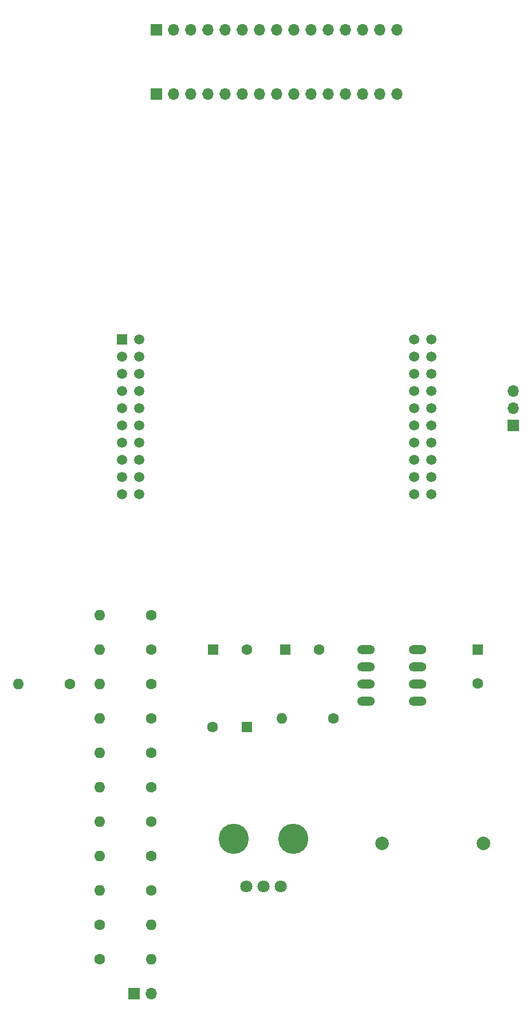
<source format=gts>
%TF.GenerationSoftware,KiCad,Pcbnew,(5.1.9)-1*%
%TF.CreationDate,2022-04-18T13:04:53-05:00*%
%TF.ProjectId,Main Board,4d61696e-2042-46f6-9172-642e6b696361,rev?*%
%TF.SameCoordinates,Original*%
%TF.FileFunction,Soldermask,Top*%
%TF.FilePolarity,Negative*%
%FSLAX46Y46*%
G04 Gerber Fmt 4.6, Leading zero omitted, Abs format (unit mm)*
G04 Created by KiCad (PCBNEW (5.1.9)-1) date 2022-04-18 13:04:53*
%MOMM*%
%LPD*%
G01*
G04 APERTURE LIST*
%ADD10R,1.520000X1.520000*%
%ADD11C,1.520000*%
%ADD12C,2.000000*%
%ADD13O,1.600000X1.600000*%
%ADD14C,1.600000*%
%ADD15R,1.700000X1.700000*%
%ADD16O,1.700000X1.700000*%
%ADD17R,1.600000X1.600000*%
%ADD18O,2.641600X1.320800*%
%ADD19C,1.800000*%
%ADD20C,4.460000*%
G04 APERTURE END LIST*
D10*
%TO.C,U1*%
X37465000Y-62865000D03*
D11*
X37465000Y-65405000D03*
X37465000Y-67945000D03*
X37465000Y-70485000D03*
X37465000Y-73025000D03*
X37465000Y-75565000D03*
X37465000Y-78105000D03*
X37465000Y-80645000D03*
X37465000Y-83185000D03*
X37465000Y-85725000D03*
X83185000Y-62865000D03*
X40005000Y-62865000D03*
X80645000Y-62865000D03*
X83185000Y-65405000D03*
X40005000Y-65405000D03*
X80645000Y-65405000D03*
X83185000Y-67945000D03*
X40005000Y-67945000D03*
X80645000Y-67945000D03*
X83185000Y-70485000D03*
X40005000Y-70485000D03*
X80645000Y-70485000D03*
X83185000Y-73025000D03*
X40005000Y-73025000D03*
X80645000Y-73025000D03*
X83185000Y-75565000D03*
X40005000Y-75565000D03*
X80645000Y-75565000D03*
X83185000Y-78105000D03*
X40005000Y-78105000D03*
X80645000Y-78105000D03*
X83185000Y-80645000D03*
X40005000Y-80645000D03*
X80645000Y-80645000D03*
X83185000Y-83185000D03*
X40005000Y-83185000D03*
X80645000Y-83185000D03*
X83185000Y-85725000D03*
X40005000Y-85725000D03*
X80645000Y-85725000D03*
%TD*%
D12*
%TO.C,LS1*%
X90908000Y-137287000D03*
X75908000Y-137287000D03*
%TD*%
D13*
%TO.C,R12*%
X41783000Y-154432000D03*
D14*
X34163000Y-154432000D03*
%TD*%
D13*
%TO.C,R11*%
X41783000Y-149352000D03*
D14*
X34163000Y-149352000D03*
%TD*%
D13*
%TO.C,R1*%
X34163000Y-103632000D03*
D14*
X41783000Y-103632000D03*
%TD*%
D13*
%TO.C,R2*%
X22098000Y-113792000D03*
D14*
X29718000Y-113792000D03*
%TD*%
D13*
%TO.C,R3*%
X34163000Y-118872000D03*
D14*
X41783000Y-118872000D03*
%TD*%
D13*
%TO.C,R4*%
X34163000Y-123952000D03*
D14*
X41783000Y-123952000D03*
%TD*%
D13*
%TO.C,R5*%
X34163000Y-129032000D03*
D14*
X41783000Y-129032000D03*
%TD*%
D13*
%TO.C,R6*%
X34163000Y-134112000D03*
D14*
X41783000Y-134112000D03*
%TD*%
D13*
%TO.C,R7*%
X34163000Y-139192000D03*
D14*
X41783000Y-139192000D03*
%TD*%
D13*
%TO.C,R8*%
X34163000Y-144272000D03*
D14*
X41783000Y-144272000D03*
%TD*%
D13*
%TO.C,R9*%
X34163000Y-108712000D03*
D14*
X41783000Y-108712000D03*
%TD*%
D13*
%TO.C,R10*%
X34163000Y-113792000D03*
D14*
X41783000Y-113792000D03*
%TD*%
D13*
%TO.C,R23*%
X61087000Y-118872000D03*
D14*
X68707000Y-118872000D03*
%TD*%
D15*
%TO.C,J4*%
X39243000Y-159512000D03*
D16*
X41783000Y-159512000D03*
%TD*%
D15*
%TO.C,J3*%
X95250000Y-75565000D03*
D16*
X95250000Y-73025000D03*
X95250000Y-70485000D03*
%TD*%
D17*
%TO.C,C1*%
X90043000Y-108712000D03*
D14*
X90043000Y-113712000D03*
%TD*%
%TO.C,C2*%
X50880000Y-120142000D03*
D17*
X55880000Y-120142000D03*
%TD*%
%TO.C,C3*%
X61595000Y-108712000D03*
D14*
X66595000Y-108712000D03*
%TD*%
%TO.C,C4*%
X55927000Y-108712000D03*
D17*
X50927000Y-108712000D03*
%TD*%
D18*
%TO.C,IC1*%
X73533000Y-108712000D03*
X73533000Y-111252000D03*
X81153000Y-111252000D03*
X81153000Y-108712000D03*
X73533000Y-113792000D03*
X73533000Y-116332000D03*
X81153000Y-113792000D03*
X81153000Y-116332000D03*
%TD*%
D15*
%TO.C,J1*%
X42545000Y-17145000D03*
D16*
X45085000Y-17145000D03*
X47625000Y-17145000D03*
X50165000Y-17145000D03*
X52705000Y-17145000D03*
X55245000Y-17145000D03*
X57785000Y-17145000D03*
X60325000Y-17145000D03*
X62865000Y-17145000D03*
X65405000Y-17145000D03*
X67945000Y-17145000D03*
X70485000Y-17145000D03*
X73025000Y-17145000D03*
X75565000Y-17145000D03*
X78105000Y-17145000D03*
%TD*%
%TO.C,J2*%
X78105000Y-26670000D03*
X75565000Y-26670000D03*
X73025000Y-26670000D03*
X70485000Y-26670000D03*
X67945000Y-26670000D03*
X65405000Y-26670000D03*
X62865000Y-26670000D03*
X60325000Y-26670000D03*
X57785000Y-26670000D03*
X55245000Y-26670000D03*
X52705000Y-26670000D03*
X50165000Y-26670000D03*
X47625000Y-26670000D03*
X45085000Y-26670000D03*
D15*
X42545000Y-26670000D03*
%TD*%
D19*
%TO.C,RV1*%
X55875000Y-143652000D03*
X58375000Y-143652000D03*
X60875000Y-143652000D03*
D20*
X53975000Y-136652000D03*
X62775000Y-136652000D03*
%TD*%
M02*

</source>
